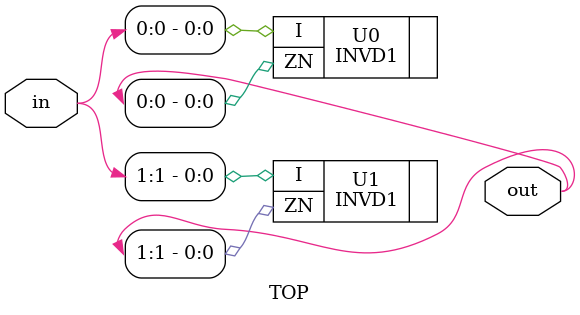
<source format=v>

module TOP( in, out );
input [1:0] in;
output [1:0] out;
INVD1 U0( .I( in[0] ), .ZN( out[0] ) );
INVD1 U1( .I( in[1] ), .ZN( out[1] ) );
endmodule

</source>
